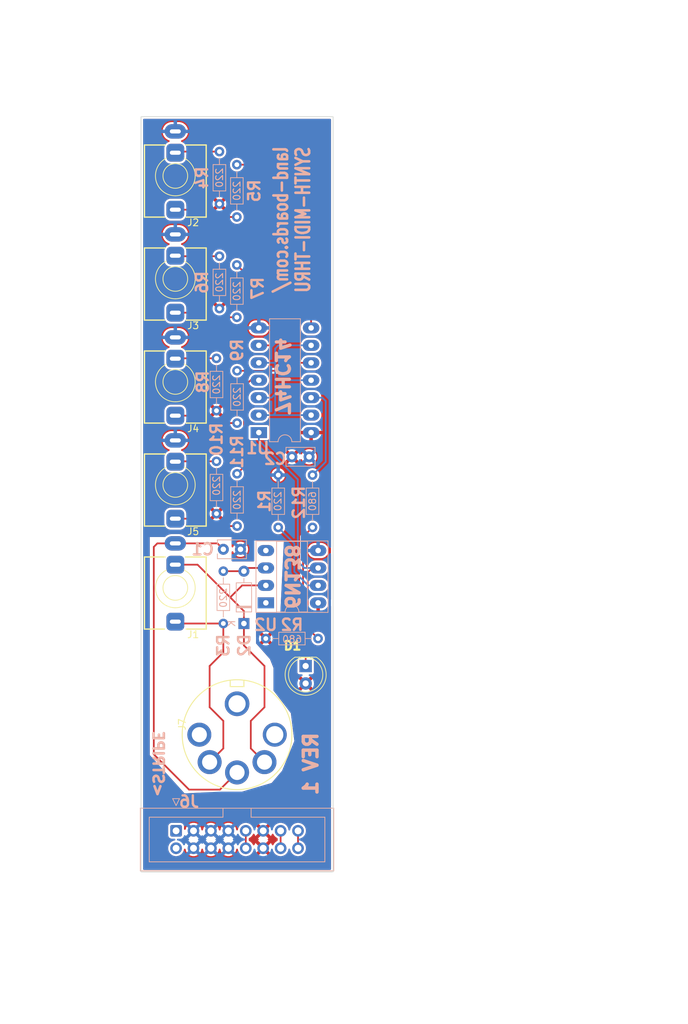
<source format=kicad_pcb>
(kicad_pcb (version 20211014) (generator pcbnew)
  (title_block (title "MOD-MIDI-THRU") (date "2022-10-06") (rev "1"))
  (layers (0 "F.Cu" signal) (31 "B.Cu" signal) (34 "B.Paste" user) (35 "F.Paste" user) (36 "B.SilkS" user "B.Silkscreen") (37 "F.SilkS" user "F.Silkscreen") (38 "B.Mask" user) (39 "F.Mask" user) (44 "Edge.Cuts" user))
  (net 0 "")
  (net 1 "GND")
  (net 2 "+5V")
  (net 3 "/MIDI_RTN")
  (net 4 "Net-(D2-Pad2)")
  (net 5 "/MIDI_1_PWR")
  (net 6 "/MIDI_1_OUT")
  (net 9 "/MIDI_2_PWR")
  (net 10 "Net-(R1-Pad1)")
  (net 11 "/MIDI_IN")
  (net 12 "/RXD")
  (net 13 "Net-(D1-Pad1)")
  (net 14 "/MIDI_GND")
  (net 15 "/MIDI_2_OUT")
  (net 16 "/MIDI_3_PWR")
  (net 17 "/MIDI_3_OUT")
  (net 18 "/MIDI_4_PWR")
  (net 19 "Net-(R5-Pad1)")
  (net 20 "Net-(R7-Pad1)")
  (net 21 "/MIDI_4_OUT")
  (net 22 "/ALLRXD")
  (net 23 "Net-(R9-Pad1)")
  (net 24 "Net-(R11-Pad1)")
  (net 25 "Net-(R12-Pad1)")
  (net 28 "+12V")
  (net 29 "/CV_OUT")
  (net 30 "/GATE_OUT")
  (footprint "LandBoards_Conns:PJ-366ST" (layer "F.Cu") (at 5 53.62 180)
    (fp_text reference "J5" (at -2.6 -6.8 180) (layer "F.SilkS"))
    (fp_text value "AudioJack3")
    (fp_line (start -4.5 -6) (end -1.6 -6) (layer "F.SilkS") (width 0.2))
    (fp_line (start 1.5 4.5) (end 4.5 4.5) (layer "F.SilkS") (width 0.2))
    (fp_line (start 4.5 4.5) (end 4.5 -6) (layer "F.SilkS") (width 0.2))
    (fp_line (start -4.5 4.5) (end -1.5 4.5) (layer "F.SilkS") (width 0.2))
    (fp_line (start -4.5 4.5) (end -4.5 -6) (layer "F.SilkS") (width 0.2))
    (fp_line (start 1.6 -6) (end 4.5 -6) (layer "F.SilkS") (width 0.2))
    (fp_arc (start -1.296263 2.588577) (mid -2.817353 -0.665994) (end 0 -2.895) (layer "F.SilkS") (width 0.12))
    (fp_arc (start 0 -2.895) (mid 2.817353 -0.665994) (end 1.296263 2.588577) (layer "F.SilkS") (width 0.12))
    (fp_circle (center 0 0) (end -1.8 0) (layer "F.SilkS") (width 0.12) (fill none))
    (pad "R" thru_hole roundrect (at 0 3.38 180) (size 2.6 2.6) (drill oval 1.6 0.6) (layers *.Cu *.Mask) (net 18 "/MIDI_4_PWR"))
    (pad "S" thru_hole oval (at 0 6.48 180) (size 3.1 2.1) (drill oval 1.6 0.6) (layers *.Cu *.Mask) (net 1 "GND"))
    (pad "T" thru_hole roundrect (at 0 -4.92 180) (size 2.6 2.6) (drill oval 1.6 0.6) (layers *.Cu *.Mask) (net 21 "/MIDI_4_OUT"))
  )
  (footprint "LandBoards_Conns:PJ-366ST" (layer "F.Cu") (at 5 38.62 180)
    (fp_text reference "J4" (at -2.6 -6.8 180) (layer "F.SilkS"))
    (fp_text value "AudioJack3")
    (fp_line (start 1.6 -6) (end 4.5 -6) (layer "F.SilkS") (width 0.2))
    (fp_line (start 1.5 4.5) (end 4.5 4.5) (layer "F.SilkS") (width 0.2))
    (fp_line (start -4.5 4.5) (end -4.5 -6) (layer "F.SilkS") (width 0.2))
    (fp_line (start -4.5 -6) (end -1.6 -6) (layer "F.SilkS") (width 0.2))
    (fp_line (start 4.5 4.5) (end 4.5 -6) (layer "F.SilkS") (width 0.2))
    (fp_line (start -4.5 4.5) (end -1.5 4.5) (layer "F.SilkS") (width 0.2))
    (fp_arc (start 0 -2.895) (mid 2.817353 -0.665994) (end 1.296263 2.588577) (layer "F.SilkS") (width 0.12))
    (fp_arc (start -1.296263 2.588577) (mid -2.817353 -0.665994) (end 0 -2.895) (layer "F.SilkS") (width 0.12))
    (fp_circle (center 0 0) (end -1.8 0) (layer "F.SilkS") (width 0.12) (fill none))
    (pad "R" thru_hole roundrect (at 0 3.38 180) (size 2.6 2.6) (drill oval 1.6 0.6) (layers *.Cu *.Mask) (net 16 "/MIDI_3_PWR"))
    (pad "S" thru_hole oval (at 0 6.48 180) (size 3.1 2.1) (drill oval 1.6 0.6) (layers *.Cu *.Mask) (net 1 "GND"))
    (pad "T" thru_hole roundrect (at 0 -4.92 180) (size 2.6 2.6) (drill oval 1.6 0.6) (layers *.Cu *.Mask) (net 17 "/MIDI_3_OUT"))
  )
  (footprint "LandBoards_Conns:DIN-5_SD-50BV-Vertical" (layer "F.Cu") (at 14 90 90)
    (fp_text reference "J7" (at 1.5 -8 90) (layer "F.SilkS"))
    (fp_text value "DIN-5")
    (fp_line (start 7.94 -1) (end 7 -1) (layer "F.SilkS") (width 0.15))
    (fp_line (start 7 -1) (end 7 1) (layer "F.SilkS") (width 0.15))
    (fp_line (start 7 1) (end 7.94 1) (layer "F.SilkS") (width 0.15))
    (fp_circle (center 0 0) (end 8 0) (layer "F.SilkS") (width 0.15) (fill none))
    (pad "1" thru_hole oval (at 0 5.5 90) (size 3.5 3.5) (drill 2.5) (layers *.Cu *.Mask))
    (pad "2" thru_hole oval (at -5.5 0 90) (size 3.5 3.5) (drill 2.2) (layers *.Cu *.Mask) (net 14 "/MIDI_GND"))
    (pad "3" thru_hole circle (at 0 -5.5 90) (size 3.5 3.5) (drill 2.2) (layers *.Cu *.Mask))
    (pad "4" thru_hole oval (at -4 4 90) (size 3.5 3.5) (drill 2.2) (layers *.Cu *.Mask) (net 11 "/MIDI_IN"))
    (pad "5" thru_hole oval (at -4 -4 90) (size 3.5 3.5) (drill 2.2) (layers *.Cu *.Mask) (net 3 "/MIDI_RTN"))
    (pad "6" thru_hole circle (at 4.5 0 90) (size 3.6 3.6) (drill 2.5) (layers *.Cu *.Mask))
  )
  (footprint "LED_THT:LED_D5.0mm" (layer "F.Cu") (at 24 80 -90)
    (fp_text reference "D1" (at -2.95 1.91) (layer "F.SilkS") (effects (font (size 1.27 1.27) (thickness 0.3175))))
    (fp_text value "LED")
    (fp_line (start -1.29 -1.545) (end -1.29 1.545) (layer "F.SilkS") (width 0.12))
    (fp_arc (start 4.26 -0.000462) (mid 2.072002 2.880433) (end -1.29 1.54483) (layer "F.SilkS") (width 0.12))
    (fp_arc (start -1.29 -1.54483) (mid 2.072002 -2.880433) (end 4.26 0.000462) (layer "F.SilkS") (width 0.12))
    (fp_circle (center 1.27 0) (end 3.77 0) (layer "F.SilkS") (width 0.12) (fill none))
    (pad "1" thru_hole rect (at 0 0 270) (size 1.8 1.8) (drill 0.9) (layers *.Cu *.Mask) (net 13 "Net-(D1-Pad1)"))
    (pad "2" thru_hole circle (at 2.54 0 270) (size 1.8 1.8) (drill 0.9) (layers *.Cu *.Mask) (net 2 "+5V"))
  )
  (footprint "LandBoards_Conns:PJ-366ST" (layer "F.Cu") (at 5 68.62 180)
    (fp_text reference "J1" (at -2.6 -6.8) (layer "F.SilkS"))
    (fp_text value "AudioJack3")
    (fp_line (start 4.5 4.5) (end 4.5 -6) (layer "F.SilkS") (width 0.2))
    (fp_line (start -4.5 4.5) (end -1.5 4.5) (layer "F.SilkS") (width 0.2))
    (fp_line (start 1.6 -6) (end 4.5 -6) (layer "F.SilkS") (width 0.2))
    (fp_line (start -4.5 4.5) (end -4.5 -6) (layer "F.SilkS") (width 0.2))
    (fp_line (start 1.5 4.5) (end 4.5 4.5) (layer "F.SilkS") (width 0.2))
    (fp_line (start -4.5 -6) (end -1.6 -6) (layer "F.SilkS") (width 0.2))
    (fp_arc (start 0 -2.895) (mid 2.817353 -0.665994) (end 1.296263 2.588577) (layer "F.SilkS") (width 0.12))
    (fp_arc (start -1.296263 2.588577) (mid -2.817353 -0.665994) (end 0 -2.895) (layer "F.SilkS") (width 0.12))
    (fp_circle (center 0 0) (end -1.8 0) (layer "F.SilkS") (width 0.12) (fill none))
    (pad "R" thru_hole roundrect (at 0 3.38 180) (size 2.6 2.6) (drill oval 1.6 0.6) (layers *.Cu *.Mask) (net 11 "/MIDI_IN"))
    (pad "S" thru_hole oval (at 0 6.48 180) (size 3.1 2.1) (drill oval 1.6 0.6) (layers *.Cu *.Mask) (net 14 "/MIDI_GND"))
    (pad "T" thru_hole roundrect (at 0 -4.92 180) (size 2.6 2.6) (drill oval 1.6 0.6) (layers *.Cu *.Mask) (net 3 "/MIDI_RTN"))
  )
  (footprint "LandBoards_Conns:PJ-366ST" (layer "F.Cu") (at 5 8.62 180)
    (fp_text reference "J2" (at -2.6 -6.8 180) (layer "F.SilkS"))
    (fp_text value "AudioJack3")
    (fp_line (start -4.5 4.5) (end -1.5 4.5) (layer "F.SilkS") (width 0.2))
    (fp_line (start -4.5 4.5) (end -4.5 -6) (layer "F.SilkS") (width 0.2))
    (fp_line (start 1.5 4.5) (end 4.5 4.5) (layer "F.SilkS") (width 0.2))
    (fp_line (start 1.6 -6) (end 4.5 -6) (layer "F.SilkS") (width 0.2))
    (fp_line (start -4.5 -6) (end -1.6 -6) (layer "F.SilkS") (width 0.2))
    (fp_line (start 4.5 4.5) (end 4.5 -6) (layer "F.SilkS") (width 0.2))
    (fp_arc (start -1.296263 2.588577) (mid -2.817353 -0.665994) (end 0 -2.895) (layer "F.SilkS") (width 0.12))
    (fp_arc (start 0 -2.895) (mid 2.817353 -0.665994) (end 1.296263 2.588577) (layer "F.SilkS") (width 0.12))
    (fp_circle (center 0 0) (end -1.8 0) (layer "F.SilkS") (width 0.12) (fill none))
    (pad "R" thru_hole roundrect (at 0 3.38 180) (size 2.6 2.6) (drill oval 1.6 0.6) (layers *.Cu *.Mask) (net 5 "/MIDI_1_PWR"))
    (pad "S" thru_hole oval (at 0 6.48 180) (size 3.1 2.1) (drill oval 1.6 0.6) (layers *.Cu *.Mask) (net 1 "GND"))
    (pad "T" thru_hole roundrect (at 0 -4.92 180) (size 2.6 2.6) (drill oval 1.6 0.6) (layers *.Cu *.Mask) (net 6 "/MIDI_1_OUT"))
  )
  (footprint "LandBoards_Conns:PJ-366ST" (layer "F.Cu") (at 5 23.62 180)
    (fp_text reference "J3" (at -2.6 -6.8 180) (layer "F.SilkS"))
    (fp_text value "AudioJack3")
    (fp_line (start 1.5 4.5) (end 4.5 4.5) (layer "F.SilkS") (width 0.2))
    (fp_line (start 4.5 4.5) (end 4.5 -6) (layer "F.SilkS") (width 0.2))
    (fp_line (start -4.5 4.5) (end -4.5 -6) (layer "F.SilkS") (width 0.2))
    (fp_line (start -4.5 -6) (end -1.6 -6) (layer "F.SilkS") (width 0.2))
    (fp_line (start 1.6 -6) (end 4.5 -6) (layer "F.SilkS") (width 0.2))
    (fp_line (start -4.5 4.5) (end -1.5 4.5) (layer "F.SilkS") (width 0.2))
    (fp_arc (start 0 -2.895) (mid 2.817353 -0.665994) (end 1.296263 2.588577) (layer "F.SilkS") (width 0.12))
    (fp_arc (start -1.296263 2.588577) (mid -2.817353 -0.665994) (end 0 -2.895) (layer "F.SilkS") (width 0.12))
    (fp_circle (center 0 0) (end -1.8 0) (layer "F.SilkS") (width 0.12) (fill none))
    (pad "R" thru_hole roundrect (at 0 3.38 180) (size 2.6 2.6) (drill oval 1.6 0.6) (layers *.Cu *.Mask) (net 9 "/MIDI_2_PWR"))
    (pad "S" thru_hole oval (at 0 6.48 180) (size 3.1 2.1) (drill oval 1.6 0.6) (layers *.Cu *.Mask) (net 1 "GND"))
    (pad "T" thru_hole roundrect (at 0 -4.92 180) (size 2.6 2.6) (drill oval 1.6 0.6) (layers *.Cu *.Mask) (net 15 "/MIDI_2_OUT"))
  )
  (footprint "Resistor_THT:R_Axial_DIN0204_L3.6mm_D1.6mm_P7.62mm_Horizontal" (layer "B.Cu") (at 11 42.81 90)
    (fp_text reference "R8" (at 4.18 -2 90) (layer "B.SilkS") (effects (font (size 1.651 1.651) (thickness 0.34925)) (justify mirror)))
    (fp_text value "220" (at 3.81 0 90) (layer "B.SilkS") (effects (justify mirror)))
    (fp_line (start 1.89 -0.92) (end 5.73 -0.92) (layer "B.SilkS") (width 0.12))
    (fp_line (start 1.89 0.92) (end 1.89 -0.92) (layer "B.SilkS") (width 0.12))
    (fp_line (start 5.73 -0.92) (end 5.73 0.92) (layer "B.SilkS") (width 0.12))
    (fp_line (start 6.68 0) (end 5.73 0) (layer "B.SilkS") (width 0.12))
    (fp_line (start 0.94 0) (end 1.89 0) (layer "B.SilkS") (width 0.12))
    (fp_line (start 5.73 0.92) (end 1.89 0.92) (layer "B.SilkS") (width 0.12))
    (pad "1" thru_hole circle (at 0 0 90) (size 1.4 1.4) (drill 0.7) (layers *.Cu *.Mask) (net 2 "+5V"))
    (pad "2" thru_hole oval (at 7.62 0 90) (size 1.4 1.4) (drill 0.7) (layers *.Cu *.Mask) (net 16 "/MIDI_3_PWR"))
  )
  (footprint "Resistor_THT:R_Axial_DIN0204_L3.6mm_D1.6mm_P7.62mm_Horizontal" (layer "B.Cu") (at 11.43 27.94 90)
    (fp_text reference "R6" (at 3.81 -2.54 90) (layer "B.SilkS") (effects (font (size 1.651 1.651) (thickness 0.34925)) (justify mirror)))
    (fp_text value "220" (at 3.81 0 90) (layer "B.SilkS") (effects (justify mirror)))
    (fp_line (start 1.89 0.92) (end 1.89 -0.92) (layer "B.SilkS") (width 0.12))
    (fp_line (start 0.94 0) (end 1.89 0) (layer "B.SilkS") (width 0.12))
    (fp_line (start 6.68 0) (end 5.73 0) (layer "B.SilkS") (width 0.12))
    (fp_line (start 5.73 -0.92) (end 5.73 0.92) (layer "B.SilkS") (width 0.12))
    (fp_line (start 5.73 0.92) (end 1.89 0.92) (layer "B.SilkS") (width 0.12))
    (fp_line (start 1.89 -0.92) (end 5.73 -0.92) (layer "B.SilkS") (width 0.12))
    (pad "1" thru_hole circle (at 0 0 90) (size 1.4 1.4) (drill 0.7) (layers *.Cu *.Mask) (net 2 "+5V"))
    (pad "2" thru_hole oval (at 7.62 0 90) (size 1.4 1.4) (drill 0.7) (layers *.Cu *.Mask) (net 9 "/MIDI_2_PWR"))
  )
  (footprint "Resistor_THT:R_Axial_DIN0204_L3.6mm_D1.6mm_P7.62mm_Horizontal" (layer "B.Cu") (at 13.97 21.59 -90)
    (fp_text reference "R7" (at 3.41 -3.03 90) (layer "B.SilkS") (effects (font (size 1.651 1.651) (thickness 0.34925)) (justify mirror)))
    (fp_text value "220" (at 3.81 0 90) (layer "B.SilkS") (effects (justify mirror)))
    (fp_line (start 5.73 0.92) (end 1.89 0.92) (layer "B.SilkS") (width 0.12))
    (fp_line (start 1.89 -0.92) (end 5.73 -0.92) (layer "B.SilkS") (width 0.12))
    (fp_line (start 0.94 0) (end 1.89 0) (layer "B.SilkS") (width 0.12))
    (fp_line (start 5.73 -0.92) (end 5.73 0.92) (layer "B.SilkS") (width 0.12))
    (fp_line (start 6.68 0) (end 5.73 0) (layer "B.SilkS") (width 0.12))
    (fp_line (start 1.89 0.92) (end 1.89 -0.92) (layer "B.SilkS") (width 0.12))
    (pad "1" thru_hole circle (at 0 0 270) (size 1.4 1.4) (drill 0.7) (layers *.Cu *.Mask) (net 20 "Net-(R7-Pad1)"))
    (pad "2" thru_hole oval (at 7.62 0 270) (size 1.4 1.4) (drill 0.7) (layers *.Cu *.Mask) (net 15 "/MIDI_2_OUT"))
  )
  (footprint "Resistor_THT:R_Axial_DIN0204_L3.6mm_D1.6mm_P7.62mm_Horizontal" (layer "B.Cu") (at 11.43 12.7 90)
    (fp_text reference "R4" (at 3.81 -2.54 90) (layer "B.SilkS") (effects (font (size 1.651 1.651) (thickness 0.34925)) (justify mirror)))
    (fp_text value "220" (at 3.81 0 90) (layer "B.SilkS") (effects (justify mirror)))
    (fp_line (start 0.94 0) (end 1.89 0) (layer "B.SilkS") (width 0.12))
    (fp_line (start 1.89 -0.92) (end 5.73 -0.92) (layer "B.SilkS") (width 0.12))
    (fp_line (start 5.73 0.92) (end 1.89 0.92) (layer "B.SilkS") (width 0.12))
    (fp_line (start 1.89 0.92) (end 1.89 -0.92) (layer "B.SilkS") (width 0.12))
    (fp_line (start 5.73 -0.92) (end 5.73 0.92) (layer "B.SilkS") (width 0.12))
    (fp_line (start 6.68 0) (end 5.73 0) (layer "B.SilkS") (width 0.12))
    (pad "1" thru_hole circle (at 0 0 90) (size 1.4 1.4) (drill 0.7) (layers *.Cu *.Mask) (net 2 "+5V"))
    (pad "2" thru_hole oval (at 7.62 0 90) (size 1.4 1.4) (drill 0.7) (layers *.Cu *.Mask) (net 5 "/MIDI_1_PWR"))
  )
  (footprint "Package_DIP:DIP-14_W7.62mm_LongPads" (layer "B.Cu") (at 17.175 46)
    (fp_text reference "U1" (at -0.157 2.26) (layer "B.SilkS") (effects (font (size 1.651 1.651) (thickness 0.34925)) (justify mirror)))
    (fp_text value "74HC14")
    (fp_line (start 6.06 1.33) (end 4.81 1.33) (layer "B.SilkS") (width 0.12))
    (fp_line (start 2.81 1.33) (end 1.56 1.33) (layer "B.SilkS") (width 0.12))
    (fp_line (start 1.56 -16.57) (end 6.06 -16.57) (layer "B.SilkS") (width 0.12))
    (fp_line (start 6.06 -16.57) (end 6.06 1.33) (layer "B.SilkS") (width 0.12))
    (fp_line (start 1.56 1.33) (end 1.56 -16.57) (layer "B.SilkS") (width 0.12))
    (fp_arc (start 2.81 1.33) (mid 3.81 0.33) (end 4.81 1.33) (layer "B.SilkS") (width 0.12))
    (pad "1" thru_hole rect (at 0 0) (size 2.4 1.6) (drill 0.8) (layers *.Cu *.Mask) (net 12 "/RXD"))
    (pad "2" thru_hole oval (at 0 -2.54) (size 2.4 1.6) (drill 0.8) (layers *.Cu *.Mask) (net 22 "/ALLRXD"))
    (pad "3" thru_hole oval (at 0 -5.08) (size 2.4 1.6) (drill 0.8) (layers *.Cu *.Mask) (net 22 "/ALLRXD"))
    (pad "4" thru_hole oval (at 0 -7.62) (size 2.4 1.6) (drill 0.8) (layers *.Cu *.Mask) (net 24 "Net-(R11-Pad1)"))
    (pad "5" thru_hole oval (at 0 -10.16) (size 2.4 1.6) (drill 0.8) (layers *.Cu *.Mask) (net 22 "/ALLRXD"))
    (pad "6" thru_hole oval (at 0 -12.7) (size 2.4 1.6) (drill 0.8) (layers *.Cu *.Mask) (net 20 "Net-(R7-Pad1)"))
    (pad "7" thru_hole oval (at 0 -15.24) (size 2.4 1.6) (drill 0.8) (layers *.Cu *.Mask) (net 1 "GND"))
    (pad "8" thru_hole oval (at 7.62 -15.24) (size 2.4 1.6) (drill 0.8) (layers *.Cu *.Mask) (net 19 "Net-(R5-Pad1)"))
    (pad "9" thru_hole oval (at 7.62 -12.7) (size 2.4 1.6) (drill 0.8) (layers *.Cu *.Mask) (net 22 "/ALLRXD"))
    (pad "10" thru_hole oval (at 7.62 -10.16) (size 2.4 1.6) (drill 0.8) (layers *.Cu *.Mask) (net 23 "Net-(R9-Pad1)"))
    (pad "11" thru_hole oval (at 7.62 -7.62) (size 2.4 1.6) (drill 0.8) (layers *.Cu *.Mask) (net 22 "/ALLRXD"))
    (pad "12" thru_hole oval (at 7.62 -5.08) (size 2.4 1.6) (drill 0.8) (layers *.Cu *.Mask) (net 25 "Net-(R12-Pad1)"))
    (pad "13" thru_hole oval (at 7.62 -2.54) (size 2.4 1.6) (drill 0.8) (layers *.Cu *.Mask) (net 22 "/ALLRXD"))
    (pad "14" thru_hole oval (at 7.62 0) (size 2.4 1.6) (drill 0.8) (layers *.Cu *.Mask) (net 2 "+5V"))
  )
  (footprint "Resistor_THT:R_Axial_DIN0204_L3.6mm_D1.6mm_P7.62mm_Horizontal" (layer "B.Cu") (at 14 52 -90)
    (fp_text reference "R11" (at -3.19 0 90) (layer "B.SilkS") (effects (font (size 1.651 1.651) (thickness 0.34925)) (justify mirror)))
    (fp_text value "220" (at 3.81 0 90) (layer "B.SilkS") (effects (justify mirror)))
    (fp_line (start 5.73 0.92) (end 1.89 0.92) (layer "B.SilkS") (width 0.12))
    (fp_line (start 1.89 0.92) (end 1.89 -0.92) (layer "B.SilkS") (width 0.12))
    (fp_line (start 0.94 0) (end 1.89 0) (layer "B.SilkS") (width 0.12))
    (fp_line (start 5.73 -0.92) (end 5.73 0.92) (layer "B.SilkS") (width 0.12))
    (fp_line (start 6.68 0) (end 5.73 0) (layer "B.SilkS") (width 0.12))
    (fp_line (start 1.89 -0.92) (end 5.73 -0.92) (layer "B.SilkS") (width 0.12))
    (pad "1" thru_hole circle (at 0 0 270) (size 1.4 1.4) (drill 0.7) (layers *.Cu *.Mask) (net 24 "Net-(R11-Pad1)"))
    (pad "2" thru_hole oval (at 7.62 0 270) (size 1.4 1.4) (drill 0.7) (layers *.Cu *.Mask) (net 21 "/MIDI_4_OUT"))
  )
  (footprint "Capacitor_THT:C_Rect_L4.0mm_W2.5mm_P2.50mm" (layer "B.Cu") (at 12 63)
    (fp_text reference "C1" (at -3 0 180) (layer "B.SilkS") (effects (font (size 1.651 1.651) (thickness 0.34925)) (justify mirror)))
    (fp_text value "0.1uF")
    (fp_line (start -0.87 1.37) (end -0.87 0.665) (layer "B.SilkS") (width 0.12))
    (fp_line (start -0.87 -1.37) (end 3.37 -1.37) (layer "B.SilkS") (width 0.12))
    (fp_line (start -0.87 -0.665) (end -0.87 -1.37) (layer "B.SilkS") (width 0.12))
    (fp_line (start -0.87 1.37) (end 3.37 1.37) (layer "B.SilkS") (width 0.12))
    (fp_line (start 3.37 -0.665) (end 3.37 -1.37) (layer "B.SilkS") (width 0.12))
    (fp_line (start 3.37 1.37) (end 3.37 0.665) (layer "B.SilkS") (width 0.12))
    (pad "1" thru_hole circle (at 0 0) (size 1.6 1.6) (drill 0.8) (layers *.Cu *.Mask) (net 14 "/MIDI_GND"))
    (pad "2" thru_hole circle (at 2.5 0) (size 1.6 1.6) (drill 0.8) (layers *.Cu *.Mask) (net 1 "GND"))
  )
  (footprint "Resistor_THT:R_Axial_DIN0204_L3.6mm_D1.6mm_P7.62mm_Horizontal" (layer "B.Cu") (at 13.97 6.985 -90)
    (fp_text reference "R5" (at 3.81 -2.54 90) (layer "B.SilkS") (effects (font (size 1.651 1.651) (thickness 0.34925)) (justify mirror)))
    (fp_text value "220" (at 3.81 0 90) (layer "B.SilkS") (effects (justify mirror)))
    (fp_line (start 5.73 0.92) (end 1.89 0.92) (layer "B.SilkS") (width 0.12))
    (fp_line (start 5.73 -0.92) (end 5.73 0.92) (layer "B.SilkS") (width 0.12))
    (fp_line (start 1.89 -0.92) (end 5.73 -0.92) (layer "B.SilkS") (width 0.12))
    (fp_line (start 1.89 0.92) (end 1.89 -0.92) (layer "B.SilkS") (width 0.12))
    (fp_line (start 0.94 0) (end 1.89 0) (layer "B.SilkS") (width 0.12))
    (fp_line (start 6.68 0) (end 5.73 0) (layer "B.SilkS") (width 0.12))
    (pad "1" thru_hole circle (at 0 0 270) (size 1.4 1.4) (drill 0.7) (layers *.Cu *.Mask) (net 19 "Net-(R5-Pad1)"))
    (pad "2" thru_hole oval (at 7.62 0 270) (size 1.4 1.4) (drill 0.7) (layers *.Cu *.Mask) (net 6 "/MIDI_1_OUT"))
  )
  (footprint "Resistor_THT:R_Axial_DIN0204_L3.6mm_D1.6mm_P7.62mm_Horizontal" (layer "B.Cu") (at 12 66.19 -90)
    (fp_text reference "R3" (at 10.81 0 90) (layer "B.SilkS") (effects (font (size 1.651 1.651) (thickness 0.34925)) (justify mirror)))
    (fp_text value "220" (at 3.8862 0 90) (layer "B.SilkS") (effects (justify mirror)))
    (fp_line (start 6.68 0) (end 5.73 0) (layer "B.SilkS") (width 0.12))
    (fp_line (start 5.73 -0.92) (end 5.73 0.92) (layer "B.SilkS") (width 0.12))
    (fp_line (start 1.89 0.92) (end 1.89 -0.92) (layer "B.SilkS") (width 0.12))
    (fp_line (start 5.73 0.92) (end 1.89 0.92) (layer "B.SilkS") (width 0.12))
    (fp_line (start 0.94 0) (end 1.89 0) (layer "B.SilkS") (width 0.12))
    (fp_line (start 1.89 -0.92) (end 5.73 -0.92) (layer "B.SilkS") (width 0.12))
    (pad "1" thru_hole circle (at 0 0 270) (size 1.4 1.4) (drill 0.7) (layers *.Cu *.Mask) (net 4 "Net-(D2-Pad2)"))
    (pad "2" thru_hole oval (at 7.62 0 270) (size 1.4 1.4) (drill 0.7) (layers *.Cu *.Mask) (net 3 "/MIDI_RTN"))
  )
  (footprint "Resistor_THT:R_Axial_DIN0204_L3.6mm_D1.6mm_P7.62mm_Horizontal" (layer "B.Cu") (at 14 37 -90)
    (fp_text reference "R9" (at -3 0 90) (layer "B.SilkS") (effects (font (size 1.651 1.651) (thickness 0.34925)) (justify mirror)))
    (fp_text value "220" (at 3.81 0 90) (layer "B.SilkS") (effects (justify mirror)))
    (fp_line (start 6.68 0) (end 5.73 0) (layer "B.SilkS") (width 0.12))
    (fp_line (start 0.94 0) (end 1.89 0) (layer "B.SilkS") (width 0.12))
    (fp_line (start 1.89 -0.92) (end 5.73 -0.92) (layer "B.SilkS") (width 0.12))
    (fp_line (start 5.73 -0.92) (end 5.73 0.92) (layer "B.SilkS") (width 0.12))
    (fp_line (start 1.89 0.92) (end 1.89 -0.92) (layer "B.SilkS") (width 0.12))
    (fp_line (start 5.73 0.92) (end 1.89 0.92) (layer "B.SilkS") (width 0.12))
    (pad "1" thru_hole circle (at 0 0 270) (size 1.4 1.4) (drill 0.7) (layers *.Cu *.Mask) (net 23 "Net-(R9-Pad1)"))
    (pad "2" thru_hole oval (at 7.62 0 270) (size 1.4 1.4) (drill 0.7) (layers *.Cu *.Mask) (net 17 "/MIDI_3_OUT"))
  )
  (footprint "Diode_THT:D_DO-35_SOD27_P7.62mm_Horizontal" (layer "B.Cu") (at 15 73.81 90)
    (fp_text reference "D2" (at -3.19 0.048 90) (layer "B.SilkS") (effects (font (size 1.651 1.651) (thickness 0.34925)) (justify mirror)))
    (fp_text value "1N914")
    (fp_text user "K" (at 0 -1.778 90) (layer "B.SilkS") (effects (justify mirror)))
    (fp_line (start 5.93 1.12) (end 1.69 1.12) (layer "B.SilkS") (width 0.12))
    (fp_line (start 2.29 1.12) (end 2.29 -1.12) (layer "B.SilkS") (width 0.12))
    (fp_line (start 5.93 -1.12) (end 5.93 1.12) (layer "B.SilkS") (width 0.12))
    (fp_line (start 1.69 1.12) (end 1.69 -1.12) (layer "B.SilkS") (width 0.12))
    (fp_line (start 2.41 1.12) (end 2.41 -1.12) (layer "B.SilkS") (width 0.12))
    (fp_line (start 6.58 0) (end 5.93 0) (layer "B.SilkS") (width 0.12))
    (fp_line (start 1.04 0) (end 1.69 0) (layer "B.SilkS") (width 0.12))
    (fp_line (start 1.69 -1.12) (end 5.93 -1.12) (layer "B.SilkS") (width 0.12))
    (fp_line (start 2.53 1.12) (end 2.53 -1.12) (layer "B.SilkS") (width 0.12))
    (pad "1" thru_hole rect (at 0 0 90) (size 1.6 1.6) (drill 0.8) (layers *.Cu *.Mask) (net 11 "/MIDI_IN"))
    (pad "2" thru_hole oval (at 7.62 0 90) (size 1.6 1.6) (drill 0.8) (layers *.Cu *.Mask) (net 4 "Net-(D2-Pad2)"))
  )
  (footprint "Connector_IDC:IDC-Header_2x08_P2.54mm_Vertical" (layer "B.Cu") (at 5.11 103.9975 -90)
    (fp_text reference "J6" (at -4.2475 -1.89 180) (layer "B.SilkS") (effects (font (size 1.651 1.651) (thickness 0.34925)) (justify mirror)))
    (fp_text value "Conn_02x08_Odd_Even")
    (fp_line (start -3.68 0) (end -4.68 0.5) (layer "B.SilkS") (width 0.12))
    (fp_line (start -4.68 0.5) (end -4.68 -0.5) (layer "B.SilkS") (width 0.12))
    (fp_line (start 4.52 -21.69) (end -1.98 -21.69) (layer "B.SilkS") (width 0.12))
    (fp_line (start 4.52 3.91) (end 4.52 -21.69) (layer "B.SilkS") (width 0.12))
    (fp_line (start -1.98 3.91) (end 4.52 3.91) (layer "B.SilkS") (width 0.12))
    (fp_line (start -1.98 -10.94) (end -3.29 -10.94) (layer "B.SilkS") (width 0.12))
    (fp_line (start -1.98 -21.69) (end -1.98 -10.94) (layer "B.SilkS") (width 0.12))
    (fp_line (start -1.98 -6.84) (end -1.98 3.91) (layer "B.SilkS") (width 0.12))
    (fp_line (start 5.83 5.21) (end 5.83 -22.99) (layer "B.SilkS") (width 0.12))
    (fp_line (start -1.98 -10.94) (end -1.98 -10.94) (layer "B.SilkS") (width 0.12))
    (fp_line (start 5.83 -22.99) (end -3.29 -22.99) (layer "B.SilkS") (width 0.12))
    (fp_line (start -3.29 -6.84) (end -1.98 -6.84) (layer "B.SilkS") (width 0.12))
    (fp_line (start -4.68 -0.5) (end -3.68 0) (layer "B.SilkS") (width 0.12))
    (fp_line (start -3.29 -22.99) (end -3.29 5.21) (layer "B.SilkS") (width 0.12))
    (fp_line (start -3.29 5.21) (end 5.83 5.21) (layer "B.SilkS") (width 0.12))
    (pad "1" thru_hole roundrect (at 0 0 270) (size 1.7 1.7) (drill 1) (layers *.Cu *.Mask) (roundrect_rratio 0.1470588235))
    (pad "2" thru_hole circle (at 2.54 0 270) (size 1.7 1.7) (drill 1) (layers *.Cu *.Mask))
    (pad "3" thru_hole circle (at 0 -2.54 270) (size 1.7 1.7) (drill 1) (layers *.Cu *.Mask) (net 1 "GND"))
    (pad "4" thru_hole circle (at 2.54 -2.54 270) (size 1.7 1.7) (drill 1) (layers *.Cu *.Mask) (net 1 "GND"))
    (pad "5" thru_hole circle (at 0 -5.08 270) (size 1.7 1.7) (drill 1) (layers *.Cu *.Mask) (net 1 "GND"))
    (pad "6" thru_hole circle (at 2.54 -5.08 270) (size 1.7 1.7) (drill 1) (layers *.Cu *.Mask) (net 1 "GND"))
    (pad "7" thru_hole circle (at 0 -7.62 270) (size 1.7 1.7) (drill 1) (layers *.Cu *.Mask) (net 1 "GND"))
    (pad "8" thru_hole circle (at 2.54 -7.62 270) (size 1.7 1.7) (drill 1) (layers *.Cu *.Mask) (net 1 "GND"))
    (pad "9" thru_hole circle (at 0 -10.16 270) (size 1.7 1.7) (drill 1) (layers *.Cu *.Mask) (net 28 "+12V"))
    (pad "10" thru_hole circle (at 2.54 -10.16 270) (size 1.7 1.7) (drill 1) (layers *.Cu *.Mask) (net 28 "+12V"))
    (pad "11" thru_hole circle (at 0 -12.7 270) (size 1.7 1.7) (drill 1) (layers *.Cu *.Mask) (net 2 "+5V"))
    (pad "12" thru_hole circle (at 2.54 -12.7 270) (size 1.7 1.7) (drill 1) (layers *.Cu *.Mask) (net 2 "+5V"))
    (pad "13" thru_hole circle (at 0 -15.24 270) (size 1.7 1.7) (drill 1) (layers *.Cu *.Mask) (net 29 "/CV_OUT"))
    (pad "14" thru_hole circle (at 2.54 -15.24 270) (size 1.7 1.7) (drill 1) (layers *.Cu *.Mask) (net 29 "/CV_OUT"))
    (pad "15" thru_hole circle (at 0 -17.78 270) (size 1.7 1.7) (drill 1) (layers *.Cu *.Mask) (net 30 "/GATE_OUT"))
    (pad "16" thru_hole circle (at 2.54 -17.78 270) (size 1.7 1.7) (drill 1) (layers *.Cu *.Mask) (net 30 "/GATE_OUT"))
  )
  (footprint "Resistor_THT:R_Axial_DIN0204_L3.6mm_D1.6mm_P7.62mm_Horizontal" (layer "B.Cu") (at 11 57.81 90)
    (fp_text reference "R10" (at 10.81 0 90) (layer "B.SilkS") (effects (font (size 1.651 1.651) (thickness 0.34925)) (justify mirror)))
    (fp_text value "220" (at 4.064 0 90) (layer "B.SilkS") (effects (justify mirror)))
    (fp_line (start 1.89 -0.92) (end 5.73 -0.92) (layer "B.SilkS") (width 0.12))
    (fp_line (start 0.94 0) (end 1.89 0) (layer "B.SilkS") (width 0.12))
    (fp_line (start 5.73 0.92) (end 1.89 0.92) (layer "B.SilkS") (width 0.12))
    (fp_line (start 5.73 -0.92) (end 5.73 0.92) (layer "B.SilkS") (width 0.12))
    (fp_line (start 1.89 0.92) (end 1.89 -0.92) (layer "B.SilkS") (width 0.12))
    (fp_line (start 6.68 0) (end 5.73 0) (layer "B.SilkS") (width 0.12))
    (pad "1" thru_hole circle (at 0 0 90) (size 1.4 1.4) (drill 0.7) (layers *.Cu *.Mask) (net 2 "+5V"))
    (pad "2" thru_hole oval (at 7.62 0 90) (size 1.4 1.4) (drill 0.7) (layers *.Cu *.Mask) (net 18 "/MIDI_4_PWR"))
  )
  (footprint "Resistor_THT:R_Axial_DIN0204_L3.6mm_D1.6mm_P7.62mm_Horizontal" (layer "B.Cu") (at 25 52.19 -90)
    (fp_text reference "R12" (at 4 2 90) (layer "B.SilkS") (effects (font (size 1.651 1.651) (thickness 0.34925)) (justify mirror)))
    (fp_text value "680" (at 3.81 0 90) (layer "B.SilkS") (effects (justify mirror)))
    (fp_line (start 0.94 0) (end 1.89 0) (layer "B.SilkS") (width 0.12))
    (fp_line (start 5.73 -0.92) (end 5.73 0.92) (layer "B.SilkS") (width 0.12))
    (fp_line (start 6.68 0) (end 5.73 0) (layer "B.SilkS") (width 0.12))
    (fp_line (start 1.89 0.92) (end 1.89 -0.92) (layer "B.SilkS") (width 0.12))
    (fp_line (start 1.89 -0.92) (end 5.73 -0.92) (layer "B.SilkS") (width 0.12))
    (fp_line (start 5.73 0.92) (end 1.89 0.92) (layer "B.SilkS") (width 0.12))
    (pad "1" thru_hole circle (at 0 0 270) (size 1.4 1.4) (drill 0.7) (layers *.Cu *.Mask) (net 25 "Net-(R12-Pad1)"))
    (pad "2" thru_hole oval (at 7.62 0 270) (size 1.4 1.4) (drill 0.7) (layers *.Cu *.Mask) (net 13 "Net-(D1-Pad1)"))
  )
  (footprint "Resistor_THT:R_Axial_DIN0204_L3.6mm_D1.6mm_P7.62mm_Horizontal" (layer "B.Cu") (at 18.19 76)
    (fp_text reference "R2" (at 3.81 -2) (layer "B.SilkS") (effects (font (size 1.651 1.651) (thickness 0.34925)) (justify mirror)))
    (fp_text value "680" (at 3.8354 0.1016) (layer "B.SilkS") (effects (justify mirror)))
    (fp_line (start 5.73 -0.92) (end 5.73 0.92) (layer "B.SilkS") (width 0.12))
    (fp_line (start 1.89 0.92) (end 1.89 -0.92) (layer "B.SilkS") (width 0.12))
    (fp_line (start 6.68 0) (end 5.73 0) (layer "B.SilkS") (width 0.12))
    (fp_line (start 0.94 0) (end 1.89 0) (layer "B.SilkS") (width 0.12))
    (fp_line (start 5.73 0.92) (end 1.89 0.92) (layer "B.SilkS") (width 0.12))
    (fp_line (start 1.89 -0.92) (end 5.73 -0.92) (layer "B.SilkS") (width 0.12))
    (pad "1" thru_hole circle (at 0 0) (size 1.4 1.4) (drill 0.7) (layers *.Cu *.Mask) (net 2 "+5V"))
    (pad "2" thru_hole oval (at 7.62 0) (size 1.4 1.4) (drill 0.7) (layers *.Cu *.Mask) (net 12 "/RXD"))
  )
  (footprint "Resistor_THT:R_Axial_DIN0204_L3.6mm_D1.6mm_P7.62mm_Horizontal" (layer "B.Cu") (at 20 59.81 90)
    (fp_text reference "R1" (at 3.81 -2 90) (layer "B.SilkS") (effects (font (size 1.651 1.651) (thickness 0.34925)) (justify mirror)))
    (fp_text value "220" (at 3.81 -0.0508 90) (layer "B.SilkS") (effects (justify mirror)))
    (fp_line (start 1.89 0.92) (end 1.89 -0.92) (layer "B.SilkS") (width 0.12))
    (fp_line (start 5.73 -0.92) (end 5.73 0.92) (layer "B.SilkS") (width 0.12))
    (fp_line (start 6.68 0) (end 5.73 0) (layer "B.SilkS") (width 0.12))
    (fp_line (start 1.89 -0.92) (end 5.73 -0.92) (layer "B.SilkS") (width 0.12))
    (fp_line (start 5.73 0.92) (end 1.89 0.92) (layer "B.SilkS") (width 0.12))
    (fp_line (start 0.94 0) (end 1.89 0) (layer "B.SilkS") (width 0.12))
    (pad "1" thru_hole circle (at 0 0 90) (size 1.4 1.4) (drill 0.7) (layers *.Cu *.Mask) (net 10 "Net-(R1-Pad1)"))
    (pad "2" thru_hole oval (at 7.62 0 90) (size 1.4 1.4) (drill 0.7) (layers *.Cu *.Mask) (net 1 "GND"))
  )
  (footprint "Package_DIP:DIP-8_W7.62mm_Socket_LongPads" (layer "B.Cu") (at 18.2 70.8)
    (fp_text reference "U2" (at -0.01 3.2 180) (layer "B.SilkS") (effects (font (size 1.651 1.651) (thickness 0.34925)) (justify mirror)))
    (fp_text value "6N138")
    (fp_line (start -1.44 -9.01) (end 9.06 -9.01) (layer "B.SilkS") (width 0.12))
    (fp_line (start -1.44 1.39) (end -1.44 -9.01) (layer "B.SilkS") (width 0.12))
    (fp_line (start 6.06 1.33) (end 4.81 1.33) (layer "B.SilkS") (width 0.12))
    (fp_line (start 2.81 1.33) (end 1.56 1.33) (layer "B.SilkS") (width 0.12))
    (fp_line (start 6.06 -8.95) (end 6.06 1.33) (layer "B.SilkS") (width 0.12))
    (fp_line (start 9.06 -9.01) (end 9.06 1.39) (layer "B.SilkS") (width 0.12))
    (fp_line (start 1.56 -8.95) (end 6.06 -8.95) (layer "B.SilkS") (width 0.12))
    (fp_line (start 9.06 1.39) (end -1.44 1.39) (layer "B.SilkS") (width 0.12))
    (fp_line (start 1.56 1.33) (end 1.56 -8.95) (layer "B.SilkS") (width 0.12))
    (fp_arc (start 2.81 1.33) (mid 3.81 0.33) (end 4.81 1.33) (layer "B.SilkS") (width 0.12))
    (pad "1" thru_hole rect (at 0 0) (size 2.4 1.6) (drill 0.8) (layers *.Cu *.Mask))
    (pad "2" thru_hole oval (at 0 -2.54) (size 2.4 1.6) (drill 0.8) (layers *.Cu *.Mask) (net 11 "/MIDI_IN"))
    (pad "3" thru_hole oval (at 0 -5.08) (size 2.4 1.6) (drill 0.8) (layers *.Cu *.Mask) (net 4 "Net-(D2-Pad2)"))
    (pad "4" thru_hole oval (at 0 -7.62) (size 2.4 1.6) (drill 0.8) (layers *.Cu *.Mask))
    (pad "5" thru_hole oval (at 7.62 -7.62) (size 2.4 1.6) (drill 0.8) (layers *.Cu *.Mask) (net 1 "GND"))
    (pad "6" thru_hole oval (at 7.62 -5.08) (size 2.4 1.6) (drill 0.8) (layers *.Cu *.Mask) (net 12 "/RXD"))
    (pad "7" thru_hole oval (at 7.62 -2.54) (size 2.4 1.6) (drill 0.8) (layers *.Cu *.Mask) (net 10 "Net-(R1-Pad1)"))
    (pad "8" thru_hole oval (at 7.62 0) (size 2.4 1.6) (drill 0.8) (layers *.Cu *.Mask) (net 2 "+5V"))
  )
  (footprint "Capacitor_THT:C_Rect_L4.0mm_W2.5mm_P2.50mm" (layer "B.Cu") (at 22 49.53)
    (fp_text reference "C2" (at -2.442 0.292) (layer "B.SilkS") (effects (font (size 1.651 1.651) (thickness 0.34925)) (justify mirror)))
    (fp_text value "0.1uF")
    (fp_line (start -0.87 1.37) (end 3.37 1.37) (layer "B.SilkS") (width 0.12))
    (fp_line (start 3.37 -0.665) (end 3.37 -1.37) (layer "B.SilkS") (width 0.12))
    (fp_line (start 3.37 1.37) (end 3.37 0.665) (layer "B.SilkS") (width 0.12))
    (fp_line (start -0.87 1.37) (end -0.87 0.665) (layer "B.SilkS") (width 0.12))
    (fp_line (start -0.87 -0.665) (end -0.87 -1.37) (layer "B.SilkS") (width 0.12))
    (fp_line (start -0.87 -1.37) (end 3.37 -1.37) (layer "B.SilkS") (width 0.12))
    (pad "1" thru_hole circle (at 0 0) (size 1.6 1.6) (drill 0.8) (layers *.Cu *.Mask) (net 2 "+5V"))
    (pad "2" thru_hole circle (at 2.5 0) (size 1.6 1.6) (drill 0.8) (layers *.Cu *.Mask) (net 1 "GND"))
  )
  (gr_rect (start 0 0) (end 28 110) (layer "Edge.Cuts") (width 0.1) (fill none))
  (gr_text "6N138" (at 22 66.99 270) (layer "B.SilkS") (effects (font (size 1.905 1.905) (thickness 0.47625)) (justify mirror)))
  (gr_text "REV 1" (at 24.75 94.25 90) (layer "B.SilkS") (effects (font (size 2 2) (thickness 0.5)) (justify mirror)))
  (gr_text "<STRIPE" (at 2.5 94.25 -90) (layer "B.SilkS") (effects (font (size 1.5 1.5) (thickness 0.375)) (justify mirror)))
  (gr_text "land-boards.com/\nSYNTH-MIDI-THRU" (at 22 15 90) (layer "B.SilkS") (effects (font (size 2 1.5) (thickness 0.375)) (justify mirror)))
  (gr_text "74HC14" (at 20.586 37.838 270) (layer "B.SilkS") (effects (font (size 1.905 1.905) (thickness 0.47625)) (justify mirror)))
  (segment (start 12 92) (end 12 88) (width 0.25) (layer "F.Cu") (net 3))
  (segment (start 10 94) (end 12 92) (width 0.25) (layer "F.Cu") (net 3))
  (segment (start 5.27 73.81) (end 12 73.81) (width 0.25) (layer "F.Cu") (net 3))
  (segment (start 12 88) (end 10 86) (width 0.25) (layer "F.Cu") (net 3))
  (segment (start 10 80) (end 12 78) (width 0.25) (layer "F.Cu") (net 3))
  (segment (start 10 86) (end 10 80) (width 0.25) (layer "F.Cu") (net 3))
  (segment (start 12 78) (end 12 73.81) (width 0.25) (layer "F.Cu") (net 3))
  (segment (start 18.2 65.72) (end 15.47 65.72) (width 0.25) (layer "F.Cu") (net 4))
  (segment (start 12 66.19) (end 15 66.19) (width 0.25) (layer "F.Cu") (net 4))
  (segment (start 5.16 5.08) (end 11.43 5.08) (width 0.25) (layer "F.Cu") (net 5))
  (segment (start 13.97 14.605) (end 9.605 14.605) (width 0.25) (layer "F.Cu") (net 6))
  (segment (start 8.54 13.54) (end 5 13.54) (width 0.25) (layer "F.Cu") (net 6))
  (segment (start 9.605 14.605) (end 8.54 13.54) (width 0.25) (layer "F.Cu") (net 6))
  (segment (start 5.08 20.32) (end 11.43 20.32) (width 0.25) (layer "F.Cu") (net 9))
  (segment (start 24.37 68.26) (end 22.352 66.242) (width 0.25) (layer "B.Cu") (net 10))
  (segment (start 25.82 68.26) (end 24.37 68.26) (width 0.25) (layer "B.Cu") (net 10))
  (segment (start 22.352 66.242) (end 22.352 62.162) (width 0.25) (layer "B.Cu") (net 10))
  (segment (start 22.352 62.162) (end 20 59.81) (width 0.25) (layer "B.Cu") (net 10))
  (segment (start 16 88) (end 18 86) (width 0.25) (layer "F.Cu") (net 11))
  (segment (start 14.74 68.26) (end 13 70) (width 0.25) (layer "F.Cu") (net 11))
  (segment (start 15 72) (end 15 73.81) (width 0.25) (layer "F.Cu") (net 11))
  (segment (start 8.24 65.24) (end 13 70) (width 0.25) (layer "F.Cu") (net 11))
  (segment (start 18 94) (end 16 92) (width 0.25) (layer "F.Cu") (net 11))
  (segment (start 18 86) (end 18 80) (width 0.25) (layer "F.Cu") (net 11))
  (segment (start 16 92) (end 16 88) (width 0.25) (layer "F.Cu") (net 11))
  (segment (start 15 77) (end 15 73.81) (width 0.25) (layer "F.Cu") (net 11))
  (segment (start 18.2 68.26) (end 14.74 68.26) (width 0.25) (layer "F.Cu") (net 11))
  (segment (start 5 65.24) (end 8.24 65.24) (width 0.25) (layer "F.Cu") (net 11))
  (segment (start 18 80) (end 15 77) (width 0.25) (layer "F.Cu") (net 11))
  (segment (start 13 70) (end 15 72) (width 0.25) (layer "F.Cu") (net 11))
  (segment (start 24.29548 74.48548) (end 24.29548 66.38252) (width 0.25) (layer "F.Cu") (net 12))
  (segment (start 25.81 76) (end 24.29548 74.48548) (width 0.25) (layer "F.Cu") (net 12))
  (segment (start 24.29548 66.38252) (end 24.958 65.72) (width 0.25) (layer "F.Cu") (net 12))
  (segment (start 25.82 65.72) (end 23.81 65.72) (width 0.25) (layer "B.Cu") (net 12))
  (segment (start 23.81 65.72) (end 22.86 64.77) (width 0.25) (layer "B.Cu") (net 12))
  (segment (start 22.86 64.77) (end 22.86 52.832) (width 0.25) (layer "B.Cu") (net 12))
  (segment (start 17.175 47.147) (end 17.175 46) (width 0.25) (layer "B.Cu") (net 12))
  (segment (start 22.86 52.832) (end 17.175 47.147) (width 0.25) (layer "B.Cu") (net 12))
  (segment (start 24 80) (end 24 77.848) (width 0.25) (layer "F.Cu") (net 13))
  (segment (start 24 77.848) (end 23.622 77.47) (width 0.25) (layer "F.Cu") (net 13))
  (segment (start 23.622 61.188) (end 25 59.81) (width 0.25) (layer "F.Cu") (net 13))
  (segment (start 23.622 77.47) (end 23.622 61.188) (width 0.25) (layer "F.Cu") (net 13))
  (segment (start 1.86 92.86) (end 7 98) (width 0.25) (layer "F.Cu") (net 14))
  (segment (start 1.86 62.656) (end 1.86 92.86) (width 0.25) (layer "F.Cu") (net 14))
  (segment (start 11.14 62.14) (end 12 63) (width 0.25) (layer "F.Cu") (net 14))
  (segment (start 2.376 62.14) (end 1.86 62.656) (width 0.25) (layer "F.Cu") (net 14))
  (segment (start 5 62.14) (end 11.14 62.14) (width 0.25) (layer "F.Cu") (net 14))
  (segment (start 5 62.14) (end 2.376 62.14) (width 0.25) (layer "F.Cu") (net 14))
  (segment (start 11.5 98) (end 14 95.5) (width 0.25) (layer "F.Cu") (net 14))
  (segment (start 7 98) (end 11.5 98) (width 0.25) (layer "F.Cu") (net 14))
  (segment (start 13.97 29.21) (end 8.21 29.21) (width 0.25) (layer "F.Cu") (net 15))
  (segment (start 8.21 29.21) (end 7.54 28.54) (width 0.25) (layer "F.Cu") (net 15))
  (segment (start 7.54 28.54) (end 5 28.54) (width 0.25) (layer "F.Cu") (net 15))
  (segment (start 5.05 35.19) (end 11 35.19) (width 0.25) (layer "F.Cu") (net 16))
  (segment (start 5 43.54) (end 8.54 43.54) (width 0.25) (layer "F.Cu") (net 17))
  (segment (start 9.62 44.62) (end 8.54 43.54) (width 0.25) (layer "F.Cu") (net 17))
  (segment (start 14 44.62) (end 9.62 44.62) (width 0.25) (layer "F.Cu") (net 17))
  (segment (start 5.05 50.19) (end 11 50.19) (width 0.25) (layer "F.Cu") (net 18))
  (segment (start 24.795 30.76) (end 24.795 7.795) (width 0.25) (layer "F.Cu") (net 19))
  (segment (start 24.795 7.795) (end 23.985 6.985) (width 0.25) (layer "F.Cu") (net 19))
  (segment (start 23.985 6.985) (end 13.97 6.985) (width 0.25) (layer "F.Cu") (net 19))
  (segment (start 17.175 33.3) (end 18.77 33.3) (width 0.25) (layer "F.Cu") (net 20))
  (segment (start 18.77 33.3) (end 20.066 32.004) (width 0.25) (layer "F.Cu") (net 20))
  (segment (start 20.066 27.686) (end 13.97 21.59) (width 0.25) (layer "F.Cu") (net 20))
  (segment (start 20.066 32.004) (end 20.066 27.686) (width 0.25) (layer "F.Cu") (net 20))
  (segment (start 5 58.54) (end 7.54 58.54) (width 0.25) (layer "F.Cu") (net 21))
  (segment (start 8.62 59.62) (end 14 59.62) (width 0.25) (layer "F.Cu") (net 21))
  (segment (start 7.54 58.54) (end 8.62 59.62) (width 0.25) (layer "F.Cu") (net 21))
  (segment (start 24.795 33.3) (end 20.04 33.3) (width 0.25) (layer "B.Cu") (net 22))
  (segment (start 19.024 40.92) (end 19.558 40.386) (width 0.25) (layer "B.Cu") (net 22))
  (segment (start 24.795 38.38) (end 19.584 38.38) (width 0.25) (layer "B.Cu") (net 22))
  (segment (start 19.558 43.18) (end 19.278 43.46) (width 0.25) (layer "B.Cu") (net 22))
  (segment (start 17.175 40.92) (end 19.024 40.92) (width 0.25) (layer "B.Cu") (net 22))
  (segment (start 17.175 43.46) (end 24.795 43.46) (width 0.25) (layer "B.Cu") (net 22))
  (segment (start 19.532 35.84) (end 17.175 35.84) (width 0.25) (layer "B.Cu") (net 22))
  (segment (start 20.04 33.3) (end 19.558 33.782) (width 0.25) (layer "B.Cu") (net 22))
  (segment (start 19.558 35.814) (end 19.532 35.84) (width 0.25) (layer "B.Cu") (net 22))
  (segment (start 19.558 40.386) (end 19.558 33.782) (width 0.25) (layer "B.Cu") (net 22))
  (segment (start 19.558 40.386) (end 19.558 43.18) (width 0.25) (layer "B.Cu") (net 22))
  (segment (start 21.674 37) (end 14 37) (width 0.25) (layer "F.Cu") (net 23))
  (segment (start 22.834 35.84) (end 21.674 37) (width 0.25) (layer "F.Cu") (net 23))
  (segment (start 24.795 35.84) (end 22.834 35.84) (width 0.25) (layer "F.Cu") (net 23))
  (segment (start 15.024511 39.331489) (end 15.976 38.38) (width 0.25) (layer "F.Cu") (net 24))
  (segment (start 14 52) (end 15.024511 50.975489) (width 0.25) (layer "F.Cu") (net 24))
  (segment (start 15.976 38.38) (end 17.175 38.38) (width 0.25) (layer "F.Cu") (net 24))
  (segment (start 15.024511 50.975489) (end 15.024511 39.331489) (width 0.25) (layer "F.Cu") (net 24))
  (segment (start 24.795 40.92) (end 26.442 40.92) (width 0.25) (layer "B.Cu") (net 25))
  (segment (start 26.924 41.402) (end 26.924 50.266) (width 0.25) (layer "B.Cu") (net 25))
  (segment (start 26.442 40.92) (end 26.924 41.402) (width 0.25) (layer "B.Cu") (net 25))
  (segment (start 26.924 50.266) (end 25 52.19) (width 0.25) (layer "B.Cu") (net 25))
  (segment (start 15.27 103.9975) (end 15.27 106.5375) (width 0.25) (layer "F.Cu") (net 28))
  (segment (start 20.35 103.9975) (end 20.35 106.5375) (width 0.25) (layer "F.Cu") (net 29))
  (segment (start 22.89 103.9975) (end 22.89 106.5375) (width 0.25) (layer "F.Cu") (net 30))
  (zone (net 2) (net_name "+5V") (layer "F.Cu") (connect_pads (clearance 0.3048)) (min_thickness 0.254) (fill yes (thermal_gap 0.508) (thermal_bridge_width 0.508))
    (polygon (pts (xy 28 110) (xy 0 110) (xy 0 0) (xy 28 0)))
  )
  (zone (net 0) (net_name "") (layers F&B.Cu) (connect_pads (clearance 0)) (min_thickness 0.254)
    (keepout (tracks allowed) (vias allowed) (pads allowed) (copperpour not_allowed) (footprints allowed))
    (fill (thermal_gap 0.508) (thermal_bridge_width 0.508))
    (polygon (pts (xy 13.208 64.77) (xy 16.51 64.77) (xy 16.51 61.722) (xy 20.828 61.722) (xy 20.32 72.136) (xy 16.764 72.136) (xy 16.764 76.708) (xy 18.796 78.994) (xy 19.304 80.264) (xy 19.304 83.566) (xy 21.844 86.868) (xy 22.352 90.932) (xy 20.574 95.25) (xy 19.05 97.028) (xy 14.732 98.298) (xy 11.43 98.298) (xy 6.35 98.552) (xy 1.27 92.964) (xy 1.27 61.214) (xy 13.208 61.214)))
  )
  (zone (net 1) (net_name "GND") (layer "B.Cu") (connect_pads (clearance 0.3048)) (min_thickness 0.254) (fill yes (thermal_gap 0.508) (thermal_bridge_width 0.508))
    (polygon (pts (xy 28 110) (xy 0 110) (xy 0 0) (xy 28 0)))
  )
)
</source>
